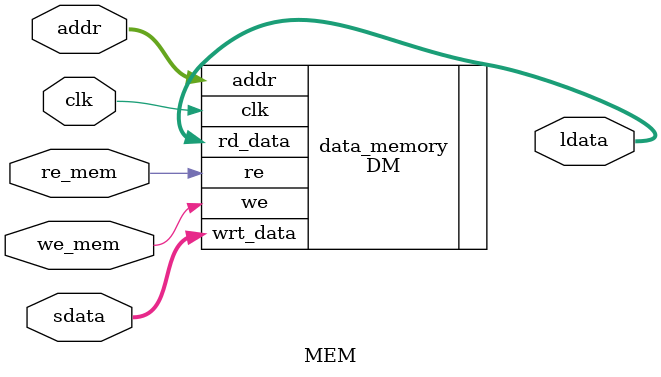
<source format=v>
module MEM(we_mem, re_mem, sdata, addr, ldata, clk);

input wire [15:0] sdata, addr;
input wire clk, we_mem, re_mem;

output wire [15:0] ldata;

DM data_memory(
	// Output
	.rd_data(ldata),
	// Input
	.wrt_data(sdata),
	.addr(addr),
	.clk(clk),
	.re(re_mem),
	.we(we_mem)
	);

endmodule

</source>
